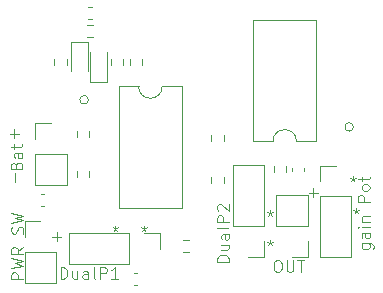
<source format=gbr>
%TF.GenerationSoftware,KiCad,Pcbnew,8.0.6*%
%TF.CreationDate,2024-12-29T21:13:32-06:00*%
%TF.ProjectId,Wienbridge,5769656e-6272-4696-9467-652e6b696361,rev?*%
%TF.SameCoordinates,Original*%
%TF.FileFunction,Legend,Top*%
%TF.FilePolarity,Positive*%
%FSLAX46Y46*%
G04 Gerber Fmt 4.6, Leading zero omitted, Abs format (unit mm)*
G04 Created by KiCad (PCBNEW 8.0.6) date 2024-12-29 21:13:32*
%MOMM*%
%LPD*%
G01*
G04 APERTURE LIST*
%ADD10C,0.100000*%
%ADD11C,0.120000*%
G04 APERTURE END LIST*
D10*
X114460555Y-114400000D02*
G75*
G02*
X113739445Y-114400000I-360555J0D01*
G01*
X113739445Y-114400000D02*
G75*
G02*
X114460555Y-114400000I360555J0D01*
G01*
X136900000Y-116700000D02*
G75*
G02*
X136178890Y-116700000I-360555J0D01*
G01*
X136178890Y-116700000D02*
G75*
G02*
X136900000Y-116700000I360555J0D01*
G01*
X129846741Y-123772419D02*
X129846741Y-124010514D01*
X129608646Y-123915276D02*
X129846741Y-124010514D01*
X129846741Y-124010514D02*
X130084836Y-123915276D01*
X129703884Y-124200990D02*
X129846741Y-124010514D01*
X129846741Y-124010514D02*
X129989598Y-124200990D01*
X137605752Y-126567544D02*
X138415276Y-126567544D01*
X138415276Y-126567544D02*
X138510514Y-126615163D01*
X138510514Y-126615163D02*
X138558133Y-126662782D01*
X138558133Y-126662782D02*
X138605752Y-126758020D01*
X138605752Y-126758020D02*
X138605752Y-126900877D01*
X138605752Y-126900877D02*
X138558133Y-126996115D01*
X138224800Y-126567544D02*
X138272419Y-126662782D01*
X138272419Y-126662782D02*
X138272419Y-126853258D01*
X138272419Y-126853258D02*
X138224800Y-126948496D01*
X138224800Y-126948496D02*
X138177180Y-126996115D01*
X138177180Y-126996115D02*
X138081942Y-127043734D01*
X138081942Y-127043734D02*
X137796228Y-127043734D01*
X137796228Y-127043734D02*
X137700990Y-126996115D01*
X137700990Y-126996115D02*
X137653371Y-126948496D01*
X137653371Y-126948496D02*
X137605752Y-126853258D01*
X137605752Y-126853258D02*
X137605752Y-126662782D01*
X137605752Y-126662782D02*
X137653371Y-126567544D01*
X138272419Y-125662782D02*
X137748609Y-125662782D01*
X137748609Y-125662782D02*
X137653371Y-125710401D01*
X137653371Y-125710401D02*
X137605752Y-125805639D01*
X137605752Y-125805639D02*
X137605752Y-125996115D01*
X137605752Y-125996115D02*
X137653371Y-126091353D01*
X138224800Y-125662782D02*
X138272419Y-125758020D01*
X138272419Y-125758020D02*
X138272419Y-125996115D01*
X138272419Y-125996115D02*
X138224800Y-126091353D01*
X138224800Y-126091353D02*
X138129561Y-126138972D01*
X138129561Y-126138972D02*
X138034323Y-126138972D01*
X138034323Y-126138972D02*
X137939085Y-126091353D01*
X137939085Y-126091353D02*
X137891466Y-125996115D01*
X137891466Y-125996115D02*
X137891466Y-125758020D01*
X137891466Y-125758020D02*
X137843847Y-125662782D01*
X138272419Y-125186591D02*
X137605752Y-125186591D01*
X137272419Y-125186591D02*
X137320038Y-125234210D01*
X137320038Y-125234210D02*
X137367657Y-125186591D01*
X137367657Y-125186591D02*
X137320038Y-125138972D01*
X137320038Y-125138972D02*
X137272419Y-125186591D01*
X137272419Y-125186591D02*
X137367657Y-125186591D01*
X137605752Y-124710401D02*
X138272419Y-124710401D01*
X137700990Y-124710401D02*
X137653371Y-124662782D01*
X137653371Y-124662782D02*
X137605752Y-124567544D01*
X137605752Y-124567544D02*
X137605752Y-124424687D01*
X137605752Y-124424687D02*
X137653371Y-124329449D01*
X137653371Y-124329449D02*
X137748609Y-124281830D01*
X137748609Y-124281830D02*
X138272419Y-124281830D01*
X138272419Y-123043734D02*
X137272419Y-123043734D01*
X137272419Y-123043734D02*
X137272419Y-122662782D01*
X137272419Y-122662782D02*
X137320038Y-122567544D01*
X137320038Y-122567544D02*
X137367657Y-122519925D01*
X137367657Y-122519925D02*
X137462895Y-122472306D01*
X137462895Y-122472306D02*
X137605752Y-122472306D01*
X137605752Y-122472306D02*
X137700990Y-122519925D01*
X137700990Y-122519925D02*
X137748609Y-122567544D01*
X137748609Y-122567544D02*
X137796228Y-122662782D01*
X137796228Y-122662782D02*
X137796228Y-123043734D01*
X138272419Y-121900877D02*
X138224800Y-121996115D01*
X138224800Y-121996115D02*
X138177180Y-122043734D01*
X138177180Y-122043734D02*
X138081942Y-122091353D01*
X138081942Y-122091353D02*
X137796228Y-122091353D01*
X137796228Y-122091353D02*
X137700990Y-122043734D01*
X137700990Y-122043734D02*
X137653371Y-121996115D01*
X137653371Y-121996115D02*
X137605752Y-121900877D01*
X137605752Y-121900877D02*
X137605752Y-121758020D01*
X137605752Y-121758020D02*
X137653371Y-121662782D01*
X137653371Y-121662782D02*
X137700990Y-121615163D01*
X137700990Y-121615163D02*
X137796228Y-121567544D01*
X137796228Y-121567544D02*
X138081942Y-121567544D01*
X138081942Y-121567544D02*
X138177180Y-121615163D01*
X138177180Y-121615163D02*
X138224800Y-121662782D01*
X138224800Y-121662782D02*
X138272419Y-121758020D01*
X138272419Y-121758020D02*
X138272419Y-121900877D01*
X137605752Y-121281829D02*
X137605752Y-120900877D01*
X137272419Y-121138972D02*
X138129561Y-121138972D01*
X138129561Y-121138972D02*
X138224800Y-121091353D01*
X138224800Y-121091353D02*
X138272419Y-120996115D01*
X138272419Y-120996115D02*
X138272419Y-120900877D01*
X116746741Y-125072419D02*
X116746741Y-125310514D01*
X116508646Y-125215276D02*
X116746741Y-125310514D01*
X116746741Y-125310514D02*
X116984836Y-125215276D01*
X116603884Y-125500990D02*
X116746741Y-125310514D01*
X116746741Y-125310514D02*
X116889598Y-125500990D01*
X137146741Y-123572419D02*
X137146741Y-123810514D01*
X136908646Y-123715276D02*
X137146741Y-123810514D01*
X137146741Y-123810514D02*
X137384836Y-123715276D01*
X137003884Y-124000990D02*
X137146741Y-123810514D01*
X137146741Y-123810514D02*
X137289598Y-124000990D01*
X133103884Y-122291466D02*
X133865789Y-122291466D01*
X133484836Y-122672419D02*
X133484836Y-121910514D01*
X129846741Y-126272419D02*
X129846741Y-126510514D01*
X129608646Y-126415276D02*
X129846741Y-126510514D01*
X129846741Y-126510514D02*
X130084836Y-126415276D01*
X129703884Y-126700990D02*
X129846741Y-126510514D01*
X129846741Y-126510514D02*
X129989598Y-126700990D01*
X107803884Y-117291466D02*
X108565789Y-117291466D01*
X108184836Y-117672419D02*
X108184836Y-116910514D01*
X108348609Y-119962782D02*
X108396228Y-119819925D01*
X108396228Y-119819925D02*
X108443847Y-119772306D01*
X108443847Y-119772306D02*
X108539085Y-119724687D01*
X108539085Y-119724687D02*
X108681942Y-119724687D01*
X108681942Y-119724687D02*
X108777180Y-119772306D01*
X108777180Y-119772306D02*
X108824800Y-119819925D01*
X108824800Y-119819925D02*
X108872419Y-119915163D01*
X108872419Y-119915163D02*
X108872419Y-120296115D01*
X108872419Y-120296115D02*
X107872419Y-120296115D01*
X107872419Y-120296115D02*
X107872419Y-119962782D01*
X107872419Y-119962782D02*
X107920038Y-119867544D01*
X107920038Y-119867544D02*
X107967657Y-119819925D01*
X107967657Y-119819925D02*
X108062895Y-119772306D01*
X108062895Y-119772306D02*
X108158133Y-119772306D01*
X108158133Y-119772306D02*
X108253371Y-119819925D01*
X108253371Y-119819925D02*
X108300990Y-119867544D01*
X108300990Y-119867544D02*
X108348609Y-119962782D01*
X108348609Y-119962782D02*
X108348609Y-120296115D01*
X108872419Y-118867544D02*
X108348609Y-118867544D01*
X108348609Y-118867544D02*
X108253371Y-118915163D01*
X108253371Y-118915163D02*
X108205752Y-119010401D01*
X108205752Y-119010401D02*
X108205752Y-119200877D01*
X108205752Y-119200877D02*
X108253371Y-119296115D01*
X108824800Y-118867544D02*
X108872419Y-118962782D01*
X108872419Y-118962782D02*
X108872419Y-119200877D01*
X108872419Y-119200877D02*
X108824800Y-119296115D01*
X108824800Y-119296115D02*
X108729561Y-119343734D01*
X108729561Y-119343734D02*
X108634323Y-119343734D01*
X108634323Y-119343734D02*
X108539085Y-119296115D01*
X108539085Y-119296115D02*
X108491466Y-119200877D01*
X108491466Y-119200877D02*
X108491466Y-118962782D01*
X108491466Y-118962782D02*
X108443847Y-118867544D01*
X108205752Y-118534210D02*
X108205752Y-118153258D01*
X107872419Y-118391353D02*
X108729561Y-118391353D01*
X108729561Y-118391353D02*
X108824800Y-118343734D01*
X108824800Y-118343734D02*
X108872419Y-118248496D01*
X108872419Y-118248496D02*
X108872419Y-118153258D01*
X119146741Y-125072419D02*
X119146741Y-125310514D01*
X118908646Y-125215276D02*
X119146741Y-125310514D01*
X119146741Y-125310514D02*
X119384836Y-125215276D01*
X119003884Y-125500990D02*
X119146741Y-125310514D01*
X119146741Y-125310514D02*
X119289598Y-125500990D01*
X108291466Y-121396115D02*
X108291466Y-120634211D01*
X108942419Y-129591115D02*
X107942419Y-129591115D01*
X107942419Y-129591115D02*
X107942419Y-129210163D01*
X107942419Y-129210163D02*
X107990038Y-129114925D01*
X107990038Y-129114925D02*
X108037657Y-129067306D01*
X108037657Y-129067306D02*
X108132895Y-129019687D01*
X108132895Y-129019687D02*
X108275752Y-129019687D01*
X108275752Y-129019687D02*
X108370990Y-129067306D01*
X108370990Y-129067306D02*
X108418609Y-129114925D01*
X108418609Y-129114925D02*
X108466228Y-129210163D01*
X108466228Y-129210163D02*
X108466228Y-129591115D01*
X107942419Y-128686353D02*
X108942419Y-128448258D01*
X108942419Y-128448258D02*
X108228133Y-128257782D01*
X108228133Y-128257782D02*
X108942419Y-128067306D01*
X108942419Y-128067306D02*
X107942419Y-127829211D01*
X108942419Y-126876830D02*
X108466228Y-127210163D01*
X108942419Y-127448258D02*
X107942419Y-127448258D01*
X107942419Y-127448258D02*
X107942419Y-127067306D01*
X107942419Y-127067306D02*
X107990038Y-126972068D01*
X107990038Y-126972068D02*
X108037657Y-126924449D01*
X108037657Y-126924449D02*
X108132895Y-126876830D01*
X108132895Y-126876830D02*
X108275752Y-126876830D01*
X108275752Y-126876830D02*
X108370990Y-126924449D01*
X108370990Y-126924449D02*
X108418609Y-126972068D01*
X108418609Y-126972068D02*
X108466228Y-127067306D01*
X108466228Y-127067306D02*
X108466228Y-127448258D01*
X108894800Y-125733972D02*
X108942419Y-125591115D01*
X108942419Y-125591115D02*
X108942419Y-125353020D01*
X108942419Y-125353020D02*
X108894800Y-125257782D01*
X108894800Y-125257782D02*
X108847180Y-125210163D01*
X108847180Y-125210163D02*
X108751942Y-125162544D01*
X108751942Y-125162544D02*
X108656704Y-125162544D01*
X108656704Y-125162544D02*
X108561466Y-125210163D01*
X108561466Y-125210163D02*
X108513847Y-125257782D01*
X108513847Y-125257782D02*
X108466228Y-125353020D01*
X108466228Y-125353020D02*
X108418609Y-125543496D01*
X108418609Y-125543496D02*
X108370990Y-125638734D01*
X108370990Y-125638734D02*
X108323371Y-125686353D01*
X108323371Y-125686353D02*
X108228133Y-125733972D01*
X108228133Y-125733972D02*
X108132895Y-125733972D01*
X108132895Y-125733972D02*
X108037657Y-125686353D01*
X108037657Y-125686353D02*
X107990038Y-125638734D01*
X107990038Y-125638734D02*
X107942419Y-125543496D01*
X107942419Y-125543496D02*
X107942419Y-125305401D01*
X107942419Y-125305401D02*
X107990038Y-125162544D01*
X107942419Y-124829210D02*
X108942419Y-124591115D01*
X108942419Y-124591115D02*
X108228133Y-124400639D01*
X108228133Y-124400639D02*
X108942419Y-124210163D01*
X108942419Y-124210163D02*
X107942419Y-123972068D01*
X112103884Y-129562475D02*
X112103884Y-128562475D01*
X112103884Y-128562475D02*
X112341979Y-128562475D01*
X112341979Y-128562475D02*
X112484836Y-128610094D01*
X112484836Y-128610094D02*
X112580074Y-128705332D01*
X112580074Y-128705332D02*
X112627693Y-128800570D01*
X112627693Y-128800570D02*
X112675312Y-128991046D01*
X112675312Y-128991046D02*
X112675312Y-129133903D01*
X112675312Y-129133903D02*
X112627693Y-129324379D01*
X112627693Y-129324379D02*
X112580074Y-129419617D01*
X112580074Y-129419617D02*
X112484836Y-129514856D01*
X112484836Y-129514856D02*
X112341979Y-129562475D01*
X112341979Y-129562475D02*
X112103884Y-129562475D01*
X113532455Y-128895808D02*
X113532455Y-129562475D01*
X113103884Y-128895808D02*
X113103884Y-129419617D01*
X113103884Y-129419617D02*
X113151503Y-129514856D01*
X113151503Y-129514856D02*
X113246741Y-129562475D01*
X113246741Y-129562475D02*
X113389598Y-129562475D01*
X113389598Y-129562475D02*
X113484836Y-129514856D01*
X113484836Y-129514856D02*
X113532455Y-129467236D01*
X114437217Y-129562475D02*
X114437217Y-129038665D01*
X114437217Y-129038665D02*
X114389598Y-128943427D01*
X114389598Y-128943427D02*
X114294360Y-128895808D01*
X114294360Y-128895808D02*
X114103884Y-128895808D01*
X114103884Y-128895808D02*
X114008646Y-128943427D01*
X114437217Y-129514856D02*
X114341979Y-129562475D01*
X114341979Y-129562475D02*
X114103884Y-129562475D01*
X114103884Y-129562475D02*
X114008646Y-129514856D01*
X114008646Y-129514856D02*
X113961027Y-129419617D01*
X113961027Y-129419617D02*
X113961027Y-129324379D01*
X113961027Y-129324379D02*
X114008646Y-129229141D01*
X114008646Y-129229141D02*
X114103884Y-129181522D01*
X114103884Y-129181522D02*
X114341979Y-129181522D01*
X114341979Y-129181522D02*
X114437217Y-129133903D01*
X115056265Y-129562475D02*
X114961027Y-129514856D01*
X114961027Y-129514856D02*
X114913408Y-129419617D01*
X114913408Y-129419617D02*
X114913408Y-128562475D01*
X115437218Y-129562475D02*
X115437218Y-128562475D01*
X115437218Y-128562475D02*
X115818170Y-128562475D01*
X115818170Y-128562475D02*
X115913408Y-128610094D01*
X115913408Y-128610094D02*
X115961027Y-128657713D01*
X115961027Y-128657713D02*
X116008646Y-128752951D01*
X116008646Y-128752951D02*
X116008646Y-128895808D01*
X116008646Y-128895808D02*
X115961027Y-128991046D01*
X115961027Y-128991046D02*
X115913408Y-129038665D01*
X115913408Y-129038665D02*
X115818170Y-129086284D01*
X115818170Y-129086284D02*
X115437218Y-129086284D01*
X116961027Y-129562475D02*
X116389599Y-129562475D01*
X116675313Y-129562475D02*
X116675313Y-128562475D01*
X116675313Y-128562475D02*
X116580075Y-128705332D01*
X116580075Y-128705332D02*
X116484837Y-128800570D01*
X116484837Y-128800570D02*
X116389599Y-128848189D01*
X136846741Y-120872419D02*
X136846741Y-121110514D01*
X136608646Y-121015276D02*
X136846741Y-121110514D01*
X136846741Y-121110514D02*
X137084836Y-121015276D01*
X136703884Y-121300990D02*
X136846741Y-121110514D01*
X136846741Y-121110514D02*
X136989598Y-121300990D01*
X111403884Y-125991466D02*
X112165789Y-125991466D01*
X111784836Y-126372419D02*
X111784836Y-125610514D01*
X126372419Y-128096115D02*
X125372419Y-128096115D01*
X125372419Y-128096115D02*
X125372419Y-127858020D01*
X125372419Y-127858020D02*
X125420038Y-127715163D01*
X125420038Y-127715163D02*
X125515276Y-127619925D01*
X125515276Y-127619925D02*
X125610514Y-127572306D01*
X125610514Y-127572306D02*
X125800990Y-127524687D01*
X125800990Y-127524687D02*
X125943847Y-127524687D01*
X125943847Y-127524687D02*
X126134323Y-127572306D01*
X126134323Y-127572306D02*
X126229561Y-127619925D01*
X126229561Y-127619925D02*
X126324800Y-127715163D01*
X126324800Y-127715163D02*
X126372419Y-127858020D01*
X126372419Y-127858020D02*
X126372419Y-128096115D01*
X125705752Y-126667544D02*
X126372419Y-126667544D01*
X125705752Y-127096115D02*
X126229561Y-127096115D01*
X126229561Y-127096115D02*
X126324800Y-127048496D01*
X126324800Y-127048496D02*
X126372419Y-126953258D01*
X126372419Y-126953258D02*
X126372419Y-126810401D01*
X126372419Y-126810401D02*
X126324800Y-126715163D01*
X126324800Y-126715163D02*
X126277180Y-126667544D01*
X126372419Y-125762782D02*
X125848609Y-125762782D01*
X125848609Y-125762782D02*
X125753371Y-125810401D01*
X125753371Y-125810401D02*
X125705752Y-125905639D01*
X125705752Y-125905639D02*
X125705752Y-126096115D01*
X125705752Y-126096115D02*
X125753371Y-126191353D01*
X126324800Y-125762782D02*
X126372419Y-125858020D01*
X126372419Y-125858020D02*
X126372419Y-126096115D01*
X126372419Y-126096115D02*
X126324800Y-126191353D01*
X126324800Y-126191353D02*
X126229561Y-126238972D01*
X126229561Y-126238972D02*
X126134323Y-126238972D01*
X126134323Y-126238972D02*
X126039085Y-126191353D01*
X126039085Y-126191353D02*
X125991466Y-126096115D01*
X125991466Y-126096115D02*
X125991466Y-125858020D01*
X125991466Y-125858020D02*
X125943847Y-125762782D01*
X126372419Y-125143734D02*
X126324800Y-125238972D01*
X126324800Y-125238972D02*
X126229561Y-125286591D01*
X126229561Y-125286591D02*
X125372419Y-125286591D01*
X126372419Y-124762781D02*
X125372419Y-124762781D01*
X125372419Y-124762781D02*
X125372419Y-124381829D01*
X125372419Y-124381829D02*
X125420038Y-124286591D01*
X125420038Y-124286591D02*
X125467657Y-124238972D01*
X125467657Y-124238972D02*
X125562895Y-124191353D01*
X125562895Y-124191353D02*
X125705752Y-124191353D01*
X125705752Y-124191353D02*
X125800990Y-124238972D01*
X125800990Y-124238972D02*
X125848609Y-124286591D01*
X125848609Y-124286591D02*
X125896228Y-124381829D01*
X125896228Y-124381829D02*
X125896228Y-124762781D01*
X125467657Y-123810400D02*
X125420038Y-123762781D01*
X125420038Y-123762781D02*
X125372419Y-123667543D01*
X125372419Y-123667543D02*
X125372419Y-123429448D01*
X125372419Y-123429448D02*
X125420038Y-123334210D01*
X125420038Y-123334210D02*
X125467657Y-123286591D01*
X125467657Y-123286591D02*
X125562895Y-123238972D01*
X125562895Y-123238972D02*
X125658133Y-123238972D01*
X125658133Y-123238972D02*
X125800990Y-123286591D01*
X125800990Y-123286591D02*
X126372419Y-123858019D01*
X126372419Y-123858019D02*
X126372419Y-123238972D01*
X130394360Y-127972419D02*
X130584836Y-127972419D01*
X130584836Y-127972419D02*
X130680074Y-128020038D01*
X130680074Y-128020038D02*
X130775312Y-128115276D01*
X130775312Y-128115276D02*
X130822931Y-128305752D01*
X130822931Y-128305752D02*
X130822931Y-128639085D01*
X130822931Y-128639085D02*
X130775312Y-128829561D01*
X130775312Y-128829561D02*
X130680074Y-128924800D01*
X130680074Y-128924800D02*
X130584836Y-128972419D01*
X130584836Y-128972419D02*
X130394360Y-128972419D01*
X130394360Y-128972419D02*
X130299122Y-128924800D01*
X130299122Y-128924800D02*
X130203884Y-128829561D01*
X130203884Y-128829561D02*
X130156265Y-128639085D01*
X130156265Y-128639085D02*
X130156265Y-128305752D01*
X130156265Y-128305752D02*
X130203884Y-128115276D01*
X130203884Y-128115276D02*
X130299122Y-128020038D01*
X130299122Y-128020038D02*
X130394360Y-127972419D01*
X131251503Y-127972419D02*
X131251503Y-128781942D01*
X131251503Y-128781942D02*
X131299122Y-128877180D01*
X131299122Y-128877180D02*
X131346741Y-128924800D01*
X131346741Y-128924800D02*
X131441979Y-128972419D01*
X131441979Y-128972419D02*
X131632455Y-128972419D01*
X131632455Y-128972419D02*
X131727693Y-128924800D01*
X131727693Y-128924800D02*
X131775312Y-128877180D01*
X131775312Y-128877180D02*
X131822931Y-128781942D01*
X131822931Y-128781942D02*
X131822931Y-127972419D01*
X132156265Y-127972419D02*
X132727693Y-127972419D01*
X132441979Y-128972419D02*
X132441979Y-127972419D01*
D11*
%TO.C,D1*%
X114565000Y-110400000D02*
X114565000Y-112860000D01*
X114565000Y-112860000D02*
X116035000Y-112860000D01*
X116035000Y-112860000D02*
X116035000Y-110400000D01*
%TO.C,D2*%
X112965000Y-109540000D02*
X112965000Y-112000000D01*
X114435000Y-109540000D02*
X112965000Y-109540000D01*
X114435000Y-112000000D02*
X114435000Y-109540000D01*
%TO.C,R5*%
X113477500Y-117070276D02*
X113477500Y-117579724D01*
X114522500Y-117070276D02*
X114522500Y-117579724D01*
%TO.C,RV2*%
X126670000Y-125100000D02*
X126670000Y-119960000D01*
X129330000Y-119960000D02*
X126670000Y-119960000D01*
X129330000Y-125100000D02*
X126670000Y-125100000D01*
X129330000Y-125100000D02*
X129330000Y-119960000D01*
X129330000Y-126370000D02*
X129330000Y-127700000D01*
X129330000Y-127700000D02*
X128000000Y-127700000D01*
%TO.C,C1*%
X114453733Y-106550000D02*
X114746267Y-106550000D01*
X114453733Y-107570000D02*
X114746267Y-107570000D01*
%TO.C,R7*%
X124877500Y-121454724D02*
X124877500Y-120945276D01*
X125922500Y-121454724D02*
X125922500Y-120945276D01*
%TO.C,R1*%
X117977500Y-111454724D02*
X117977500Y-110945276D01*
X119022500Y-111454724D02*
X119022500Y-110945276D01*
%TO.C,RV3*%
X134070000Y-119970000D02*
X135400000Y-119970000D01*
X134070000Y-121300000D02*
X134070000Y-119970000D01*
X134070000Y-122570000D02*
X134070000Y-127710000D01*
X134070000Y-122570000D02*
X136730000Y-122570000D01*
X134070000Y-127710000D02*
X136730000Y-127710000D01*
X136730000Y-122570000D02*
X136730000Y-127710000D01*
%TO.C,U4*%
X117060000Y-113270000D02*
X117060000Y-123550000D01*
X117060000Y-123550000D02*
X122360000Y-123550000D01*
X118710000Y-113270000D02*
X117060000Y-113270000D01*
X122360000Y-113270000D02*
X120710000Y-113270000D01*
X122360000Y-123550000D02*
X122360000Y-113270000D01*
X120710000Y-113270000D02*
G75*
G02*
X118710000Y-113270000I-1000000J0D01*
G01*
%TO.C,C2*%
X118576267Y-129090000D02*
X118283733Y-129090000D01*
X118576267Y-130110000D02*
X118283733Y-130110000D01*
%TO.C,BT1*%
X109970000Y-116395000D02*
X111300000Y-116395000D01*
X109970000Y-117725000D02*
X109970000Y-116395000D01*
X109970000Y-118995000D02*
X109970000Y-121595000D01*
X109970000Y-118995000D02*
X112630000Y-118995000D01*
X109970000Y-121595000D02*
X112630000Y-121595000D01*
X112630000Y-118995000D02*
X112630000Y-121595000D01*
%TO.C,R4*%
X114345276Y-108077500D02*
X114854724Y-108077500D01*
X114345276Y-109122500D02*
X114854724Y-109122500D01*
%TO.C,R3*%
X111577500Y-110945276D02*
X111577500Y-111454724D01*
X112622500Y-110945276D02*
X112622500Y-111454724D01*
%TO.C,U5*%
X128440000Y-107650000D02*
X128440000Y-117930000D01*
X128440000Y-117930000D02*
X130090000Y-117930000D01*
X132090000Y-117930000D02*
X133740000Y-117930000D01*
X133740000Y-107650000D02*
X128440000Y-107650000D01*
X133740000Y-117930000D02*
X133740000Y-107650000D01*
X130090000Y-117930000D02*
G75*
G02*
X132090000Y-117930000I1000000J0D01*
G01*
%TO.C,J2*%
X109070000Y-124695000D02*
X110400000Y-124695000D01*
X109070000Y-126025000D02*
X109070000Y-124695000D01*
X109070000Y-127295000D02*
X109070000Y-129895000D01*
X109070000Y-127295000D02*
X111730000Y-127295000D01*
X109070000Y-129895000D02*
X111730000Y-129895000D01*
X111730000Y-127295000D02*
X111730000Y-129895000D01*
%TO.C,R10*%
X130177500Y-120045276D02*
X130177500Y-120554724D01*
X131222500Y-120045276D02*
X131222500Y-120554724D01*
%TO.C,R6*%
X113477500Y-120470276D02*
X113477500Y-120979724D01*
X114522500Y-120470276D02*
X114522500Y-120979724D01*
%TO.C,C3*%
X131690000Y-120153733D02*
X131690000Y-120446267D01*
X132710000Y-120153733D02*
X132710000Y-120446267D01*
%TO.C,C4*%
X110453733Y-122390000D02*
X110746267Y-122390000D01*
X110453733Y-123410000D02*
X110746267Y-123410000D01*
%TO.C,DualPot1*%
X112790000Y-125670000D02*
X112790000Y-128330000D01*
X117930000Y-125670000D02*
X112790000Y-125670000D01*
X117930000Y-125670000D02*
X117930000Y-128330000D01*
X117930000Y-128330000D02*
X112790000Y-128330000D01*
X119200000Y-125670000D02*
X120530000Y-125670000D01*
X120530000Y-125670000D02*
X120530000Y-127000000D01*
%TO.C,R8*%
X122475276Y-126277500D02*
X122984724Y-126277500D01*
X122475276Y-127322500D02*
X122984724Y-127322500D01*
%TO.C,R2*%
X116377500Y-111454724D02*
X116377500Y-110945276D01*
X117422500Y-111454724D02*
X117422500Y-110945276D01*
%TO.C,R9*%
X124877500Y-117854724D02*
X124877500Y-117345276D01*
X125922500Y-117854724D02*
X125922500Y-117345276D01*
%TO.C,J1*%
X130370000Y-125105000D02*
X130370000Y-122505000D01*
X133030000Y-122505000D02*
X130370000Y-122505000D01*
X133030000Y-125105000D02*
X130370000Y-125105000D01*
X133030000Y-125105000D02*
X133030000Y-122505000D01*
X133030000Y-126375000D02*
X133030000Y-127705000D01*
X133030000Y-127705000D02*
X131700000Y-127705000D01*
%TD*%
M02*

</source>
